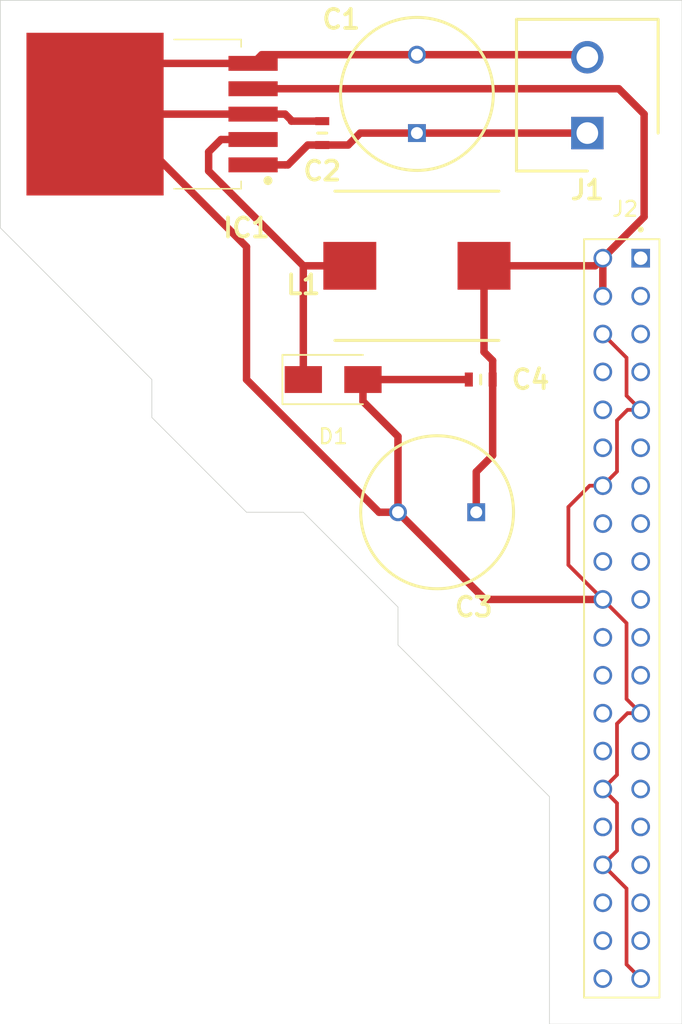
<source format=kicad_pcb>
(kicad_pcb (version 20171130) (host pcbnew "(5.1.10)-1")

  (general
    (thickness 1.6)
    (drawings 14)
    (tracks 80)
    (zones 0)
    (modules 9)
    (nets 35)
  )

  (page A4)
  (layers
    (0 F.Cu signal)
    (31 B.Cu signal)
    (32 B.Adhes user)
    (33 F.Adhes user)
    (34 B.Paste user)
    (35 F.Paste user)
    (36 B.SilkS user)
    (37 F.SilkS user)
    (38 B.Mask user)
    (39 F.Mask user)
    (40 Dwgs.User user)
    (41 Cmts.User user)
    (42 Eco1.User user)
    (43 Eco2.User user)
    (44 Edge.Cuts user)
    (45 Margin user)
    (46 B.CrtYd user)
    (47 F.CrtYd user)
    (48 B.Fab user)
    (49 F.Fab user)
  )

  (setup
    (last_trace_width 0.25)
    (user_trace_width 0.25)
    (user_trace_width 0.5)
    (trace_clearance 0.2)
    (zone_clearance 0.508)
    (zone_45_only no)
    (trace_min 0.2)
    (via_size 0.8)
    (via_drill 0.4)
    (via_min_size 0.4)
    (via_min_drill 0.3)
    (uvia_size 0.3)
    (uvia_drill 0.1)
    (uvias_allowed no)
    (uvia_min_size 0.2)
    (uvia_min_drill 0.1)
    (edge_width 0.05)
    (segment_width 0.2)
    (pcb_text_width 0.3)
    (pcb_text_size 1.5 1.5)
    (mod_edge_width 0.12)
    (mod_text_size 1 1)
    (mod_text_width 0.15)
    (pad_size 1.524 1.524)
    (pad_drill 0.762)
    (pad_to_mask_clearance 0.051)
    (solder_mask_min_width 0.25)
    (aux_axis_origin 0 0)
    (visible_elements 7FFFFFFF)
    (pcbplotparams
      (layerselection 0x010fc_ffffffff)
      (usegerberextensions false)
      (usegerberattributes false)
      (usegerberadvancedattributes false)
      (creategerberjobfile false)
      (excludeedgelayer true)
      (linewidth 0.100000)
      (plotframeref false)
      (viasonmask false)
      (mode 1)
      (useauxorigin false)
      (hpglpennumber 1)
      (hpglpenspeed 20)
      (hpglpendiameter 15.000000)
      (psnegative false)
      (psa4output false)
      (plotreference true)
      (plotvalue true)
      (plotinvisibletext false)
      (padsonsilk false)
      (subtractmaskfromsilk false)
      (outputformat 1)
      (mirror false)
      (drillshape 1)
      (scaleselection 1)
      (outputdirectory ""))
  )

  (net 0 "")
  (net 1 GND)
  (net 2 /5V_Reg/V_In)
  (net 3 /5V_Reg/V_Out)
  (net 4 "Net-(D1-Pad1)")
  (net 5 "Net-(J2-Pad1)")
  (net 6 "Net-(J2-Pad3)")
  (net 7 "Net-(J2-Pad5)")
  (net 8 "Net-(J2-Pad7)")
  (net 9 "Net-(J2-Pad8)")
  (net 10 "Net-(J2-Pad10)")
  (net 11 "Net-(J2-Pad11)")
  (net 12 "Net-(J2-Pad12)")
  (net 13 "Net-(J2-Pad13)")
  (net 14 "Net-(J2-Pad15)")
  (net 15 "Net-(J2-Pad16)")
  (net 16 "Net-(J2-Pad17)")
  (net 17 "Net-(J2-Pad18)")
  (net 18 "Net-(J2-Pad19)")
  (net 19 "Net-(J2-Pad21)")
  (net 20 "Net-(J2-Pad22)")
  (net 21 "Net-(J2-Pad23)")
  (net 22 "Net-(J2-Pad24)")
  (net 23 "Net-(J2-Pad26)")
  (net 24 "Net-(J2-Pad27)")
  (net 25 "Net-(J2-Pad28)")
  (net 26 "Net-(J2-Pad29)")
  (net 27 "Net-(J2-Pad31)")
  (net 28 "Net-(J2-Pad32)")
  (net 29 "Net-(J2-Pad33)")
  (net 30 "Net-(J2-Pad35)")
  (net 31 "Net-(J2-Pad36)")
  (net 32 "Net-(J2-Pad37)")
  (net 33 "Net-(J2-Pad38)")
  (net 34 "Net-(J2-Pad40)")

  (net_class Default "This is the default net class."
    (clearance 0.2)
    (trace_width 0.25)
    (via_dia 0.8)
    (via_drill 0.4)
    (uvia_dia 0.3)
    (uvia_drill 0.1)
    (add_net /5V_Reg/V_In)
    (add_net /5V_Reg/V_Out)
    (add_net GND)
    (add_net "Net-(D1-Pad1)")
    (add_net "Net-(J2-Pad1)")
    (add_net "Net-(J2-Pad10)")
    (add_net "Net-(J2-Pad11)")
    (add_net "Net-(J2-Pad12)")
    (add_net "Net-(J2-Pad13)")
    (add_net "Net-(J2-Pad15)")
    (add_net "Net-(J2-Pad16)")
    (add_net "Net-(J2-Pad17)")
    (add_net "Net-(J2-Pad18)")
    (add_net "Net-(J2-Pad19)")
    (add_net "Net-(J2-Pad21)")
    (add_net "Net-(J2-Pad22)")
    (add_net "Net-(J2-Pad23)")
    (add_net "Net-(J2-Pad24)")
    (add_net "Net-(J2-Pad26)")
    (add_net "Net-(J2-Pad27)")
    (add_net "Net-(J2-Pad28)")
    (add_net "Net-(J2-Pad29)")
    (add_net "Net-(J2-Pad3)")
    (add_net "Net-(J2-Pad31)")
    (add_net "Net-(J2-Pad32)")
    (add_net "Net-(J2-Pad33)")
    (add_net "Net-(J2-Pad35)")
    (add_net "Net-(J2-Pad36)")
    (add_net "Net-(J2-Pad37)")
    (add_net "Net-(J2-Pad38)")
    (add_net "Net-(J2-Pad40)")
    (add_net "Net-(J2-Pad5)")
    (add_net "Net-(J2-Pad7)")
    (add_net "Net-(J2-Pad8)")
  )

  (net_class 3A ""
    (clearance 0.2)
    (trace_width 0.5)
    (via_dia 0.8)
    (via_drill 0.4)
    (uvia_dia 0.3)
    (uvia_drill 0.1)
  )

  (module SamacSys_Parts:INDPM110100X400N (layer F.Cu) (tedit 0) (tstamp 613BB49E)
    (at 201.93 68.58)
    (descr SRP1038A-470M)
    (tags Inductor)
    (path /613D21F8/613C4D09)
    (attr smd)
    (fp_text reference L1 (at -7.62 1.27) (layer F.SilkS)
      (effects (font (size 1.27 1.27) (thickness 0.254)))
    )
    (fp_text value 47uH (at 0 0) (layer F.SilkS) hide
      (effects (font (size 1.27 1.27) (thickness 0.254)))
    )
    (fp_line (start -6.525 -5.4) (end 6.525 -5.4) (layer F.CrtYd) (width 0.05))
    (fp_line (start 6.525 -5.4) (end 6.525 5.4) (layer F.CrtYd) (width 0.05))
    (fp_line (start 6.525 5.4) (end -6.525 5.4) (layer F.CrtYd) (width 0.05))
    (fp_line (start -6.525 5.4) (end -6.525 -5.4) (layer F.CrtYd) (width 0.05))
    (fp_line (start -5.5 -5) (end 5.5 -5) (layer F.Fab) (width 0.1))
    (fp_line (start 5.5 -5) (end 5.5 5) (layer F.Fab) (width 0.1))
    (fp_line (start 5.5 5) (end -5.5 5) (layer F.Fab) (width 0.1))
    (fp_line (start -5.5 5) (end -5.5 -5) (layer F.Fab) (width 0.1))
    (fp_line (start 5.5 -5) (end -5.5 -5) (layer F.SilkS) (width 0.2))
    (fp_line (start -5.5 5) (end 5.5 5) (layer F.SilkS) (width 0.2))
    (fp_text user %R (at 0 0) (layer F.Fab)
      (effects (font (size 1.27 1.27) (thickness 0.254)))
    )
    (pad 2 smd rect (at 4.5 0 90) (size 3.2 3.55) (layers F.Cu F.Paste F.Mask)
      (net 3 /5V_Reg/V_Out))
    (pad 1 smd rect (at -4.5 0 90) (size 3.2 3.55) (layers F.Cu F.Paste F.Mask)
      (net 4 "Net-(D1-Pad1)"))
    (model C:\SamacSys_PCB_Library\KiCad\SamacSys_Parts.3dshapes\SRP1038A-470M.stp
      (at (xyz 0 0 0))
      (scale (xyz 1 1 1))
      (rotate (xyz 0 0 0))
    )
  )

  (module SamacSys_Parts:TE_2-215309-0 (layer F.Cu) (tedit 613A5BB8) (tstamp 613BB48D)
    (at 216.94 68.07 270)
    (path /613E71D7)
    (fp_text reference J2 (at -3.3 1.04 180) (layer F.SilkS)
      (effects (font (size 1 1) (thickness 0.15)))
    )
    (fp_text value 2-215309-0 (at 5.985 5.415 90) (layer F.Fab)
      (effects (font (size 1 1) (thickness 0.15)))
    )
    (fp_circle (center -1.92 0) (end -1.82 0) (layer F.Fab) (width 0.2))
    (fp_circle (center -1.92 0) (end -1.82 0) (layer F.SilkS) (width 0.2))
    (fp_line (start 49.78 4.05) (end -1.52 4.05) (layer F.CrtYd) (width 0.05))
    (fp_line (start 49.78 -1.51) (end 49.78 4.05) (layer F.CrtYd) (width 0.05))
    (fp_line (start -1.52 -1.51) (end 49.78 -1.51) (layer F.CrtYd) (width 0.05))
    (fp_line (start -1.52 4.05) (end -1.52 -1.51) (layer F.CrtYd) (width 0.05))
    (fp_line (start 49.53 3.8) (end -1.27 3.8) (layer F.SilkS) (width 0.127))
    (fp_line (start 49.53 -1.26) (end -1.27 -1.26) (layer F.SilkS) (width 0.127))
    (fp_line (start 49.53 -1.26) (end 49.53 3.8) (layer F.SilkS) (width 0.127))
    (fp_line (start -1.27 3.8) (end -1.27 -1.26) (layer F.SilkS) (width 0.127))
    (fp_line (start 49.53 3.8) (end 49.53 3.8) (layer F.Fab) (width 0.127))
    (fp_line (start -1.27 3.8) (end 49.53 3.8) (layer F.Fab) (width 0.127))
    (fp_line (start -1.27 3.8) (end -1.27 3.8) (layer F.Fab) (width 0.127))
    (fp_line (start 49.53 3.8) (end -1.27 3.8) (layer F.Fab) (width 0.127))
    (fp_line (start 49.53 -1.26) (end 49.53 3.8) (layer F.Fab) (width 0.127))
    (fp_line (start -1.27 -1.26) (end 49.53 -1.26) (layer F.Fab) (width 0.127))
    (fp_line (start -1.27 3.8) (end -1.27 -1.26) (layer F.Fab) (width 0.127))
    (pad 1 thru_hole rect (at 0 0 270) (size 1.25 1.25) (drill 0.9) (layers *.Cu *.Mask)
      (net 5 "Net-(J2-Pad1)"))
    (pad 2 thru_hole circle (at 0 2.54 270) (size 1.25 1.25) (drill 0.9) (layers *.Cu *.Mask)
      (net 3 /5V_Reg/V_Out))
    (pad 3 thru_hole circle (at 2.54 0 270) (size 1.25 1.25) (drill 0.9) (layers *.Cu *.Mask)
      (net 6 "Net-(J2-Pad3)"))
    (pad 4 thru_hole circle (at 2.54 2.54 270) (size 1.25 1.25) (drill 0.9) (layers *.Cu *.Mask)
      (net 3 /5V_Reg/V_Out))
    (pad 5 thru_hole circle (at 5.08 0 270) (size 1.25 1.25) (drill 0.9) (layers *.Cu *.Mask)
      (net 7 "Net-(J2-Pad5)"))
    (pad 6 thru_hole circle (at 5.08 2.54 270) (size 1.25 1.25) (drill 0.9) (layers *.Cu *.Mask)
      (net 1 GND))
    (pad 7 thru_hole circle (at 7.62 0 270) (size 1.25 1.25) (drill 0.9) (layers *.Cu *.Mask)
      (net 8 "Net-(J2-Pad7)"))
    (pad 8 thru_hole circle (at 7.62 2.54 270) (size 1.25 1.25) (drill 0.9) (layers *.Cu *.Mask)
      (net 9 "Net-(J2-Pad8)"))
    (pad 9 thru_hole circle (at 10.16 0 270) (size 1.25 1.25) (drill 0.9) (layers *.Cu *.Mask)
      (net 1 GND))
    (pad 10 thru_hole circle (at 10.16 2.54 270) (size 1.25 1.25) (drill 0.9) (layers *.Cu *.Mask)
      (net 10 "Net-(J2-Pad10)"))
    (pad 11 thru_hole circle (at 12.7 0 270) (size 1.25 1.25) (drill 0.9) (layers *.Cu *.Mask)
      (net 11 "Net-(J2-Pad11)"))
    (pad 12 thru_hole circle (at 12.7 2.54 270) (size 1.25 1.25) (drill 0.9) (layers *.Cu *.Mask)
      (net 12 "Net-(J2-Pad12)"))
    (pad 13 thru_hole circle (at 15.24 0 270) (size 1.25 1.25) (drill 0.9) (layers *.Cu *.Mask)
      (net 13 "Net-(J2-Pad13)"))
    (pad 14 thru_hole circle (at 15.24 2.54 270) (size 1.25 1.25) (drill 0.9) (layers *.Cu *.Mask)
      (net 1 GND))
    (pad 15 thru_hole circle (at 17.78 0 270) (size 1.25 1.25) (drill 0.9) (layers *.Cu *.Mask)
      (net 14 "Net-(J2-Pad15)"))
    (pad 16 thru_hole circle (at 17.78 2.54 270) (size 1.25 1.25) (drill 0.9) (layers *.Cu *.Mask)
      (net 15 "Net-(J2-Pad16)"))
    (pad 17 thru_hole circle (at 20.32 0 270) (size 1.25 1.25) (drill 0.9) (layers *.Cu *.Mask)
      (net 16 "Net-(J2-Pad17)"))
    (pad 18 thru_hole circle (at 20.32 2.54 270) (size 1.25 1.25) (drill 0.9) (layers *.Cu *.Mask)
      (net 17 "Net-(J2-Pad18)"))
    (pad 19 thru_hole circle (at 22.86 0 270) (size 1.25 1.25) (drill 0.9) (layers *.Cu *.Mask)
      (net 18 "Net-(J2-Pad19)"))
    (pad 20 thru_hole circle (at 22.86 2.54 270) (size 1.25 1.25) (drill 0.9) (layers *.Cu *.Mask)
      (net 1 GND))
    (pad 21 thru_hole circle (at 25.4 0 270) (size 1.25 1.25) (drill 0.9) (layers *.Cu *.Mask)
      (net 19 "Net-(J2-Pad21)"))
    (pad 22 thru_hole circle (at 25.4 2.54 270) (size 1.25 1.25) (drill 0.9) (layers *.Cu *.Mask)
      (net 20 "Net-(J2-Pad22)"))
    (pad 23 thru_hole circle (at 27.94 0 270) (size 1.25 1.25) (drill 0.9) (layers *.Cu *.Mask)
      (net 21 "Net-(J2-Pad23)"))
    (pad 24 thru_hole circle (at 27.94 2.54 270) (size 1.25 1.25) (drill 0.9) (layers *.Cu *.Mask)
      (net 22 "Net-(J2-Pad24)"))
    (pad 25 thru_hole circle (at 30.48 0 270) (size 1.25 1.25) (drill 0.9) (layers *.Cu *.Mask)
      (net 1 GND))
    (pad 26 thru_hole circle (at 30.48 2.54 270) (size 1.25 1.25) (drill 0.9) (layers *.Cu *.Mask)
      (net 23 "Net-(J2-Pad26)"))
    (pad 27 thru_hole circle (at 33.02 0 270) (size 1.25 1.25) (drill 0.9) (layers *.Cu *.Mask)
      (net 24 "Net-(J2-Pad27)"))
    (pad 28 thru_hole circle (at 33.02 2.54 270) (size 1.25 1.25) (drill 0.9) (layers *.Cu *.Mask)
      (net 25 "Net-(J2-Pad28)"))
    (pad 29 thru_hole circle (at 35.56 0 270) (size 1.25 1.25) (drill 0.9) (layers *.Cu *.Mask)
      (net 26 "Net-(J2-Pad29)"))
    (pad 30 thru_hole circle (at 35.56 2.54 270) (size 1.25 1.25) (drill 0.9) (layers *.Cu *.Mask)
      (net 1 GND))
    (pad 31 thru_hole circle (at 38.1 0 270) (size 1.25 1.25) (drill 0.9) (layers *.Cu *.Mask)
      (net 27 "Net-(J2-Pad31)"))
    (pad 32 thru_hole circle (at 38.1 2.54 270) (size 1.25 1.25) (drill 0.9) (layers *.Cu *.Mask)
      (net 28 "Net-(J2-Pad32)"))
    (pad 33 thru_hole circle (at 40.64 0 270) (size 1.25 1.25) (drill 0.9) (layers *.Cu *.Mask)
      (net 29 "Net-(J2-Pad33)"))
    (pad 34 thru_hole circle (at 40.64 2.54 270) (size 1.25 1.25) (drill 0.9) (layers *.Cu *.Mask)
      (net 1 GND))
    (pad 35 thru_hole circle (at 43.18 0 270) (size 1.25 1.25) (drill 0.9) (layers *.Cu *.Mask)
      (net 30 "Net-(J2-Pad35)"))
    (pad 36 thru_hole circle (at 43.18 2.54 270) (size 1.25 1.25) (drill 0.9) (layers *.Cu *.Mask)
      (net 31 "Net-(J2-Pad36)"))
    (pad 37 thru_hole circle (at 45.72 0 270) (size 1.25 1.25) (drill 0.9) (layers *.Cu *.Mask)
      (net 32 "Net-(J2-Pad37)"))
    (pad 38 thru_hole circle (at 45.72 2.54 270) (size 1.25 1.25) (drill 0.9) (layers *.Cu *.Mask)
      (net 33 "Net-(J2-Pad38)"))
    (pad 39 thru_hole circle (at 48.26 0 270) (size 1.25 1.25) (drill 0.9) (layers *.Cu *.Mask)
      (net 1 GND))
    (pad 40 thru_hole circle (at 48.26 2.54 270) (size 1.25 1.25) (drill 0.9) (layers *.Cu *.Mask)
      (net 34 "Net-(J2-Pad40)"))
  )

  (module SamacSys_Parts:SHDR2W90P0X508_1X2_1016X950X1500P (layer F.Cu) (tedit 0) (tstamp 613BB450)
    (at 213.36 59.69 90)
    (descr "MC 1,5/ 2-G-3,81_a")
    (tags Connector)
    (path /613DE00D)
    (fp_text reference J1 (at -3.81 0 180) (layer F.SilkS)
      (effects (font (size 1.27 1.27) (thickness 0.254)))
    )
    (fp_text value 1888687 (at 0 0 90) (layer F.SilkS) hide
      (effects (font (size 1.27 1.27) (thickness 0.254)))
    )
    (fp_line (start -2.79 5) (end -2.79 -5) (layer F.CrtYd) (width 0.05))
    (fp_line (start -2.79 -5) (end 7.87 -5) (layer F.CrtYd) (width 0.05))
    (fp_line (start 7.87 -5) (end 7.87 5) (layer F.CrtYd) (width 0.05))
    (fp_line (start 7.87 5) (end -2.79 5) (layer F.CrtYd) (width 0.05))
    (fp_line (start -2.54 4.75) (end -2.54 -4.75) (layer F.Fab) (width 0.1))
    (fp_line (start -2.54 -4.75) (end 7.62 -4.75) (layer F.Fab) (width 0.1))
    (fp_line (start 7.62 -4.75) (end 7.62 4.75) (layer F.Fab) (width 0.1))
    (fp_line (start 7.62 4.75) (end -2.54 4.75) (layer F.Fab) (width 0.1))
    (fp_line (start 0 4.75) (end 7.62 4.75) (layer F.SilkS) (width 0.2))
    (fp_line (start 7.62 4.75) (end 7.62 -4.75) (layer F.SilkS) (width 0.2))
    (fp_line (start 7.62 -4.75) (end -2.54 -4.75) (layer F.SilkS) (width 0.2))
    (fp_line (start -2.54 -4.75) (end -2.54 0) (layer F.SilkS) (width 0.2))
    (fp_text user %R (at 0 0 90) (layer F.Fab)
      (effects (font (size 1.27 1.27) (thickness 0.254)))
    )
    (pad 2 thru_hole circle (at 5.08 0 90) (size 2.175 2.175) (drill 1.45) (layers *.Cu *.Mask)
      (net 1 GND))
    (pad 1 thru_hole rect (at 0 0 90) (size 2.175 2.175) (drill 1.45) (layers *.Cu *.Mask)
      (net 2 /5V_Reg/V_In))
    (model C:\SamacSys_PCB_Library\KiCad\SamacSys_Parts.3dshapes\1888687.stp
      (at (xyz 0 0 0))
      (scale (xyz 1 1 1))
      (rotate (xyz 0 0 0))
    )
  )

  (module SamacSys_Parts:TS2596CM550RNG (layer F.Cu) (tedit 0) (tstamp 613BB43D)
    (at 185.64 58.42 90)
    (descr "TS2596CM550 RNG-1")
    (tags "Integrated Circuit")
    (path /613D21F8/613C5862)
    (attr smd)
    (fp_text reference IC1 (at -7.62 4.86 180) (layer F.SilkS)
      (effects (font (size 1.27 1.27) (thickness 0.254)))
    )
    (fp_text value TS2596CM550_RNG (at 0 -1.475 90) (layer F.SilkS) hide
      (effects (font (size 1.27 1.27) (thickness 0.254)))
    )
    (fp_line (start -5 -4.5) (end 5 -4.5) (layer F.Fab) (width 0.2))
    (fp_line (start 5 -4.5) (end 5 4.5) (layer F.Fab) (width 0.2))
    (fp_line (start 5 4.5) (end -5 4.5) (layer F.Fab) (width 0.2))
    (fp_line (start -5 4.5) (end -5 -4.5) (layer F.Fab) (width 0.2))
    (fp_line (start -6.45 -10.9) (end 6.45 -10.9) (layer F.CrtYd) (width 0.1))
    (fp_line (start 6.45 -10.9) (end 6.45 7.95) (layer F.CrtYd) (width 0.1))
    (fp_line (start 6.45 7.95) (end -6.45 7.95) (layer F.CrtYd) (width 0.1))
    (fp_line (start -6.45 7.95) (end -6.45 -10.9) (layer F.CrtYd) (width 0.1))
    (fp_line (start -5 0) (end -5 4.5) (layer F.SilkS) (width 0.1))
    (fp_line (start -5 4.5) (end -4.5 4.5) (layer F.SilkS) (width 0.1))
    (fp_line (start 5 0) (end 5 4.5) (layer F.SilkS) (width 0.1))
    (fp_line (start 5 4.5) (end 4.5 4.5) (layer F.SilkS) (width 0.1))
    (fp_line (start -4.5 6.3) (end -4.5 6.3) (layer F.SilkS) (width 0.5))
    (fp_line (start -4.4 6.3) (end -4.4 6.3) (layer F.SilkS) (width 0.5))
    (fp_arc (start -4.45 6.3) (end -4.4 6.3) (angle -180) (layer F.SilkS) (width 0.5))
    (fp_arc (start -4.45 6.3) (end -4.5 6.3) (angle -180) (layer F.SilkS) (width 0.5))
    (fp_text user %R (at 0 -1.475 90) (layer F.Fab)
      (effects (font (size 1.27 1.27) (thickness 0.254)))
    )
    (pad 6 smd rect (at 0 -5.3 180) (size 9.2 10.9) (layers F.Cu F.Paste F.Mask)
      (net 1 GND))
    (pad 5 smd rect (at 3.4 5.3 90) (size 1 3.3) (layers F.Cu F.Paste F.Mask)
      (net 1 GND))
    (pad 4 smd rect (at 1.7 5.3 90) (size 1 3.3) (layers F.Cu F.Paste F.Mask)
      (net 3 /5V_Reg/V_Out))
    (pad 3 smd rect (at 0 5.3 90) (size 1 3.3) (layers F.Cu F.Paste F.Mask)
      (net 1 GND))
    (pad 2 smd rect (at -1.7 5.3 90) (size 1 3.3) (layers F.Cu F.Paste F.Mask)
      (net 4 "Net-(D1-Pad1)"))
    (pad 1 smd rect (at -3.4 5.3 90) (size 1 3.3) (layers F.Cu F.Paste F.Mask)
      (net 2 /5V_Reg/V_In))
    (model C:\SamacSys_PCB_Library\KiCad\SamacSys_Parts.3dshapes\TS2596CM550_RNG.stp
      (at (xyz 0 0 0))
      (scale (xyz 1 1 1))
      (rotate (xyz 0 0 0))
    )
  )

  (module Diode_SMD:D_SMA (layer F.Cu) (tedit 586432E5) (tstamp 613BB422)
    (at 196.31 76.2)
    (descr "Diode SMA (DO-214AC)")
    (tags "Diode SMA (DO-214AC)")
    (path /613D21F8/613A871A)
    (attr smd)
    (fp_text reference D1 (at 0 3.81) (layer F.SilkS)
      (effects (font (size 1 1) (thickness 0.15)))
    )
    (fp_text value "TSSA3U45 R3G" (at 0 2.6) (layer F.Fab)
      (effects (font (size 1 1) (thickness 0.15)))
    )
    (fp_line (start -3.4 -1.65) (end -3.4 1.65) (layer F.SilkS) (width 0.12))
    (fp_line (start 2.3 1.5) (end -2.3 1.5) (layer F.Fab) (width 0.1))
    (fp_line (start -2.3 1.5) (end -2.3 -1.5) (layer F.Fab) (width 0.1))
    (fp_line (start 2.3 -1.5) (end 2.3 1.5) (layer F.Fab) (width 0.1))
    (fp_line (start 2.3 -1.5) (end -2.3 -1.5) (layer F.Fab) (width 0.1))
    (fp_line (start -3.5 -1.75) (end 3.5 -1.75) (layer F.CrtYd) (width 0.05))
    (fp_line (start 3.5 -1.75) (end 3.5 1.75) (layer F.CrtYd) (width 0.05))
    (fp_line (start 3.5 1.75) (end -3.5 1.75) (layer F.CrtYd) (width 0.05))
    (fp_line (start -3.5 1.75) (end -3.5 -1.75) (layer F.CrtYd) (width 0.05))
    (fp_line (start -0.64944 0.00102) (end -1.55114 0.00102) (layer F.Fab) (width 0.1))
    (fp_line (start 0.50118 0.00102) (end 1.4994 0.00102) (layer F.Fab) (width 0.1))
    (fp_line (start -0.64944 -0.79908) (end -0.64944 0.80112) (layer F.Fab) (width 0.1))
    (fp_line (start 0.50118 0.75032) (end 0.50118 -0.79908) (layer F.Fab) (width 0.1))
    (fp_line (start -0.64944 0.00102) (end 0.50118 0.75032) (layer F.Fab) (width 0.1))
    (fp_line (start -0.64944 0.00102) (end 0.50118 -0.79908) (layer F.Fab) (width 0.1))
    (fp_line (start -3.4 1.65) (end 2 1.65) (layer F.SilkS) (width 0.12))
    (fp_line (start -3.4 -1.65) (end 2 -1.65) (layer F.SilkS) (width 0.12))
    (fp_text user %R (at 0 -2.5) (layer F.Fab)
      (effects (font (size 1 1) (thickness 0.15)))
    )
    (pad 2 smd rect (at 2 0) (size 2.5 1.8) (layers F.Cu F.Paste F.Mask)
      (net 1 GND))
    (pad 1 smd rect (at -2 0) (size 2.5 1.8) (layers F.Cu F.Paste F.Mask)
      (net 4 "Net-(D1-Pad1)"))
    (model ${KISYS3DMOD}/Diode_SMD.3dshapes/D_SMA.wrl
      (at (xyz 0 0 0))
      (scale (xyz 1 1 1))
      (rotate (xyz 0 0 0))
    )
  )

  (module SamacSys_Parts:CAPC1608X90N (layer F.Cu) (tedit 0) (tstamp 613BB40A)
    (at 206.21 76.2 180)
    (descr "CGA3 [EIA CC0603] Thickness 0.8")
    (tags Capacitor)
    (path /613D21F8/613BF939)
    (attr smd)
    (fp_text reference C4 (at -3.34 0) (layer F.SilkS)
      (effects (font (size 1.27 1.27) (thickness 0.254)))
    )
    (fp_text value 0.1uF (at 0 0) (layer F.SilkS) hide
      (effects (font (size 1.27 1.27) (thickness 0.254)))
    )
    (fp_line (start -1.22 -0.62) (end 1.22 -0.62) (layer F.CrtYd) (width 0.05))
    (fp_line (start 1.22 -0.62) (end 1.22 0.62) (layer F.CrtYd) (width 0.05))
    (fp_line (start 1.22 0.62) (end -1.22 0.62) (layer F.CrtYd) (width 0.05))
    (fp_line (start -1.22 0.62) (end -1.22 -0.62) (layer F.CrtYd) (width 0.05))
    (fp_line (start -0.8 -0.4) (end 0.8 -0.4) (layer F.Fab) (width 0.1))
    (fp_line (start 0.8 -0.4) (end 0.8 0.4) (layer F.Fab) (width 0.1))
    (fp_line (start 0.8 0.4) (end -0.8 0.4) (layer F.Fab) (width 0.1))
    (fp_line (start -0.8 0.4) (end -0.8 -0.4) (layer F.Fab) (width 0.1))
    (fp_line (start 0 -0.3) (end 0 0.3) (layer F.SilkS) (width 0.2))
    (fp_text user %R (at 0 0) (layer F.Fab)
      (effects (font (size 1.27 1.27) (thickness 0.254)))
    )
    (pad 2 smd rect (at 0.8 0 180) (size 0.54 0.94) (layers F.Cu F.Paste F.Mask)
      (net 1 GND))
    (pad 1 smd rect (at -0.8 0 180) (size 0.54 0.94) (layers F.Cu F.Paste F.Mask)
      (net 3 /5V_Reg/V_Out))
    (model C:\SamacSys_PCB_Library\KiCad\SamacSys_Parts.3dshapes\CGA3E2X7R1E104K080AA.stp
      (at (xyz 0 0 0))
      (scale (xyz 1 1 1))
      (rotate (xyz 0 0 0))
    )
  )

  (module SamacSys_Parts:CAPPRD525W60D1025H1750 (layer F.Cu) (tedit 0) (tstamp 613BB3FA)
    (at 205.91 85.09 180)
    (descr 10x16)
    (tags "Capacitor Polarised")
    (path /613D21F8/613CC4DB)
    (fp_text reference C3 (at 0.17 -6.35) (layer F.SilkS)
      (effects (font (size 1.27 1.27) (thickness 0.254)))
    )
    (fp_text value 470uF (at 0 0) (layer F.SilkS) hide
      (effects (font (size 1.27 1.27) (thickness 0.254)))
    )
    (fp_circle (center 2.625 0) (end 2.625 5.125) (layer F.SilkS) (width 0.2))
    (fp_circle (center 2.625 0) (end 2.625 5.125) (layer F.Fab) (width 0.1))
    (fp_text user %R (at 0 0) (layer F.Fab)
      (effects (font (size 1.27 1.27) (thickness 0.254)))
    )
    (pad 2 thru_hole circle (at 5.25 0 180) (size 1.2 1.2) (drill 0.8) (layers *.Cu *.Mask)
      (net 1 GND))
    (pad 1 thru_hole rect (at 0 0 180) (size 1.2 1.2) (drill 0.8) (layers *.Cu *.Mask)
      (net 3 /5V_Reg/V_Out))
    (model C:\SamacSys_PCB_Library\KiCad\SamacSys_Parts.3dshapes\477CKS035M.stp
      (at (xyz 0 0 0))
      (scale (xyz 1 1 1))
      (rotate (xyz 0 0 0))
    )
  )

  (module SamacSys_Parts:CAPC1608X90N (layer F.Cu) (tedit 0) (tstamp 613BB3F1)
    (at 195.58 59.69 90)
    (descr "CGA3 [EIA CC0603] Thickness 0.8")
    (tags Capacitor)
    (path /613D21F8/613CF5F2)
    (attr smd)
    (fp_text reference C2 (at -2.54 0 180) (layer F.SilkS)
      (effects (font (size 1.27 1.27) (thickness 0.254)))
    )
    (fp_text value 0.1uF (at 0 0 90) (layer F.SilkS) hide
      (effects (font (size 1.27 1.27) (thickness 0.254)))
    )
    (fp_line (start -1.22 -0.62) (end 1.22 -0.62) (layer F.CrtYd) (width 0.05))
    (fp_line (start 1.22 -0.62) (end 1.22 0.62) (layer F.CrtYd) (width 0.05))
    (fp_line (start 1.22 0.62) (end -1.22 0.62) (layer F.CrtYd) (width 0.05))
    (fp_line (start -1.22 0.62) (end -1.22 -0.62) (layer F.CrtYd) (width 0.05))
    (fp_line (start -0.8 -0.4) (end 0.8 -0.4) (layer F.Fab) (width 0.1))
    (fp_line (start 0.8 -0.4) (end 0.8 0.4) (layer F.Fab) (width 0.1))
    (fp_line (start 0.8 0.4) (end -0.8 0.4) (layer F.Fab) (width 0.1))
    (fp_line (start -0.8 0.4) (end -0.8 -0.4) (layer F.Fab) (width 0.1))
    (fp_line (start 0 -0.3) (end 0 0.3) (layer F.SilkS) (width 0.2))
    (fp_text user %R (at 0 0 90) (layer F.Fab)
      (effects (font (size 1.27 1.27) (thickness 0.254)))
    )
    (pad 2 smd rect (at 0.8 0 90) (size 0.54 0.94) (layers F.Cu F.Paste F.Mask)
      (net 1 GND))
    (pad 1 smd rect (at -0.8 0 90) (size 0.54 0.94) (layers F.Cu F.Paste F.Mask)
      (net 2 /5V_Reg/V_In))
    (model C:\SamacSys_PCB_Library\KiCad\SamacSys_Parts.3dshapes\CGA3E2X7R1E104K080AA.stp
      (at (xyz 0 0 0))
      (scale (xyz 1 1 1))
      (rotate (xyz 0 0 0))
    )
  )

  (module SamacSys_Parts:CAPPRD525W60D1025H1750 (layer F.Cu) (tedit 0) (tstamp 613BB3E1)
    (at 201.93 59.69 90)
    (descr 10x16)
    (tags "Capacitor Polarised")
    (path /613D21F8/613C361F)
    (fp_text reference C1 (at 7.62 -5.08 180) (layer F.SilkS)
      (effects (font (size 1.27 1.27) (thickness 0.254)))
    )
    (fp_text value 470uF (at 0 0 90) (layer F.SilkS) hide
      (effects (font (size 1.27 1.27) (thickness 0.254)))
    )
    (fp_circle (center 2.625 0) (end 2.625 5.125) (layer F.SilkS) (width 0.2))
    (fp_circle (center 2.625 0) (end 2.625 5.125) (layer F.Fab) (width 0.1))
    (fp_text user %R (at 0 0 90) (layer F.Fab)
      (effects (font (size 1.27 1.27) (thickness 0.254)))
    )
    (pad 2 thru_hole circle (at 5.25 0 90) (size 1.2 1.2) (drill 0.8) (layers *.Cu *.Mask)
      (net 1 GND))
    (pad 1 thru_hole rect (at 0 0 90) (size 1.2 1.2) (drill 0.8) (layers *.Cu *.Mask)
      (net 2 /5V_Reg/V_In))
    (model C:\SamacSys_PCB_Library\KiCad\SamacSys_Parts.3dshapes\477CKS035M.stp
      (at (xyz 0 0 0))
      (scale (xyz 1 1 1))
      (rotate (xyz 0 0 0))
    )
  )

  (gr_line (start 194.31 85.09) (end 190.5 85.09) (layer Edge.Cuts) (width 0.05) (tstamp 613BC304))
  (gr_line (start 189.23 83.82) (end 190.5 85.09) (layer Edge.Cuts) (width 0.05))
  (gr_line (start 195.58 86.36) (end 194.31 85.09) (layer Edge.Cuts) (width 0.05))
  (gr_line (start 184.15 78.74) (end 189.23 83.82) (layer Edge.Cuts) (width 0.05))
  (gr_line (start 200.66 91.44) (end 195.58 86.36) (layer Edge.Cuts) (width 0.05))
  (gr_line (start 184.15 76.2) (end 184.15 78.74) (layer Edge.Cuts) (width 0.05))
  (gr_line (start 173.99 66.04) (end 184.15 76.2) (layer Edge.Cuts) (width 0.05))
  (gr_line (start 200.66 93.98) (end 200.66 91.44) (layer Edge.Cuts) (width 0.05))
  (gr_line (start 210.82 104.14) (end 200.66 93.98) (layer Edge.Cuts) (width 0.05))
  (gr_line (start 219.71 119.38) (end 210.82 119.38) (layer Edge.Cuts) (width 0.05) (tstamp 613BC300))
  (gr_line (start 173.99 50.8) (end 173.99 66.04) (layer Edge.Cuts) (width 0.05))
  (gr_line (start 210.82 119.38) (end 210.82 104.14) (layer Edge.Cuts) (width 0.05))
  (gr_line (start 219.71 119.38) (end 219.71 50.8) (layer Edge.Cuts) (width 0.05) (tstamp 613B9A6D))
  (gr_line (start 219.71 50.8) (end 173.99 50.8) (layer Edge.Cuts) (width 0.05))

  (segment (start 213.19 54.44) (end 213.36 54.61) (width 0.5) (layer F.Cu) (net 1))
  (segment (start 201.93 54.44) (end 213.19 54.44) (width 0.5) (layer F.Cu) (net 1))
  (segment (start 195.58 58.89) (end 193.51 58.89) (width 0.5) (layer F.Cu) (net 1))
  (segment (start 193.09 58.42) (end 190.94 58.42) (width 0.5) (layer F.Cu) (net 1))
  (segment (start 193.51 58.84) (end 193.09 58.42) (width 0.5) (layer F.Cu) (net 1))
  (segment (start 193.51 58.89) (end 193.51 58.84) (width 0.5) (layer F.Cu) (net 1))
  (segment (start 191.52 54.44) (end 190.94 55.02) (width 0.5) (layer F.Cu) (net 1))
  (segment (start 201.93 54.44) (end 191.52 54.44) (width 0.5) (layer F.Cu) (net 1))
  (segment (start 183.74 55.02) (end 180.34 58.42) (width 0.5) (layer F.Cu) (net 1))
  (segment (start 190.94 55.02) (end 183.74 55.02) (width 0.5) (layer F.Cu) (net 1))
  (segment (start 180.34 58.42) (end 190.94 58.42) (width 0.5) (layer F.Cu) (net 1))
  (segment (start 205.41 76.2) (end 198.31 76.2) (width 0.5) (layer F.Cu) (net 1))
  (segment (start 198.12 76.39) (end 198.31 76.2) (width 0.5) (layer F.Cu) (net 1))
  (segment (start 190.5 67.31) (end 181.61 58.42) (width 0.5) (layer F.Cu) (net 1))
  (segment (start 190.5 76.2) (end 190.5 67.31) (width 0.5) (layer F.Cu) (net 1))
  (segment (start 181.61 58.42) (end 180.34 58.42) (width 0.5) (layer F.Cu) (net 1))
  (segment (start 200.66 85.09) (end 199.39 85.09) (width 0.5) (layer F.Cu) (net 1))
  (segment (start 199.39 85.09) (end 190.5 76.2) (width 0.5) (layer F.Cu) (net 1))
  (segment (start 200.66 85.09) (end 200.66 80.01) (width 0.5) (layer F.Cu) (net 1))
  (segment (start 198.31 77.66) (end 198.31 76.2) (width 0.5) (layer F.Cu) (net 1))
  (segment (start 200.66 80.01) (end 198.31 77.66) (width 0.5) (layer F.Cu) (net 1))
  (segment (start 206.5 90.93) (end 214.4 90.93) (width 0.5) (layer F.Cu) (net 1))
  (segment (start 200.66 85.09) (end 206.5 90.93) (width 0.5) (layer F.Cu) (net 1))
  (segment (start 215.989999 77.279999) (end 216.315001 77.605001) (width 0.25) (layer F.Cu) (net 1))
  (segment (start 215.989999 74.739999) (end 215.989999 77.279999) (width 0.25) (layer F.Cu) (net 1))
  (segment (start 216.315001 77.605001) (end 216.94 78.23) (width 0.25) (layer F.Cu) (net 1))
  (segment (start 214.4 73.15) (end 215.989999 74.739999) (width 0.25) (layer F.Cu) (net 1))
  (segment (start 215.024999 82.685001) (end 214.4 83.31) (width 0.25) (layer F.Cu) (net 1))
  (segment (start 215.350001 82.359999) (end 215.024999 82.685001) (width 0.25) (layer F.Cu) (net 1))
  (segment (start 216.056117 78.23) (end 215.350001 78.936116) (width 0.25) (layer F.Cu) (net 1))
  (segment (start 215.350001 78.936116) (end 215.350001 82.359999) (width 0.25) (layer F.Cu) (net 1))
  (segment (start 216.94 78.23) (end 216.056117 78.23) (width 0.25) (layer F.Cu) (net 1))
  (segment (start 213.516117 83.31) (end 212.09 84.736117) (width 0.25) (layer F.Cu) (net 1))
  (segment (start 214.4 83.31) (end 213.516117 83.31) (width 0.25) (layer F.Cu) (net 1))
  (segment (start 212.09 88.62) (end 214.4 90.93) (width 0.25) (layer F.Cu) (net 1))
  (segment (start 212.09 84.736117) (end 212.09 88.62) (width 0.25) (layer F.Cu) (net 1))
  (segment (start 215.989999 97.599999) (end 216.315001 97.925001) (width 0.25) (layer F.Cu) (net 1))
  (segment (start 215.989999 92.519999) (end 215.989999 97.599999) (width 0.25) (layer F.Cu) (net 1))
  (segment (start 216.315001 97.925001) (end 216.94 98.55) (width 0.25) (layer F.Cu) (net 1))
  (segment (start 214.4 90.93) (end 215.989999 92.519999) (width 0.25) (layer F.Cu) (net 1))
  (segment (start 215.350001 99.256116) (end 215.350001 102.679999) (width 0.25) (layer F.Cu) (net 1))
  (segment (start 216.056117 98.55) (end 215.350001 99.256116) (width 0.25) (layer F.Cu) (net 1))
  (segment (start 215.024999 103.005001) (end 214.4 103.63) (width 0.25) (layer F.Cu) (net 1))
  (segment (start 215.350001 102.679999) (end 215.024999 103.005001) (width 0.25) (layer F.Cu) (net 1))
  (segment (start 216.94 98.55) (end 216.056117 98.55) (width 0.25) (layer F.Cu) (net 1))
  (segment (start 216.315001 115.705001) (end 216.94 116.33) (width 0.25) (layer F.Cu) (net 1))
  (segment (start 215.989999 115.379999) (end 216.315001 115.705001) (width 0.25) (layer F.Cu) (net 1))
  (segment (start 215.989999 110.299999) (end 215.989999 115.379999) (width 0.25) (layer F.Cu) (net 1))
  (segment (start 214.4 108.71) (end 215.989999 110.299999) (width 0.25) (layer F.Cu) (net 1))
  (segment (start 215.350001 107.759999) (end 215.024999 108.085001) (width 0.25) (layer F.Cu) (net 1))
  (segment (start 215.350001 104.580001) (end 215.350001 107.759999) (width 0.25) (layer F.Cu) (net 1))
  (segment (start 215.024999 108.085001) (end 214.4 108.71) (width 0.25) (layer F.Cu) (net 1))
  (segment (start 214.4 103.63) (end 215.350001 104.580001) (width 0.25) (layer F.Cu) (net 1))
  (segment (start 213.36 59.69) (end 201.93 59.69) (width 0.5) (layer F.Cu) (net 2))
  (segment (start 201.93 59.69) (end 198.12 59.69) (width 0.5) (layer F.Cu) (net 2))
  (segment (start 197.32 60.49) (end 195.58 60.49) (width 0.5) (layer F.Cu) (net 2))
  (segment (start 198.12 59.69) (end 197.32 60.49) (width 0.5) (layer F.Cu) (net 2))
  (segment (start 193.09 61.82) (end 190.94 61.82) (width 0.5) (layer F.Cu) (net 2))
  (segment (start 193.28 61.82) (end 193.09 61.82) (width 0.5) (layer F.Cu) (net 2))
  (segment (start 194.61 60.49) (end 193.28 61.82) (width 0.5) (layer F.Cu) (net 2))
  (segment (start 195.58 60.49) (end 194.61 60.49) (width 0.5) (layer F.Cu) (net 2))
  (segment (start 214.4 68.07) (end 214.4 70.61) (width 0.5) (layer F.Cu) (net 3))
  (segment (start 190.94 56.72) (end 215.47 56.72) (width 0.5) (layer F.Cu) (net 3))
  (segment (start 215.47 56.72) (end 217.17 58.42) (width 0.5) (layer F.Cu) (net 3))
  (segment (start 217.17 65.3) (end 214.4 68.07) (width 0.5) (layer F.Cu) (net 3))
  (segment (start 217.17 58.42) (end 217.17 65.3) (width 0.5) (layer F.Cu) (net 3))
  (segment (start 213.89 68.58) (end 214.4 68.07) (width 0.5) (layer F.Cu) (net 3))
  (segment (start 206.43 68.58) (end 213.89 68.58) (width 0.5) (layer F.Cu) (net 3))
  (segment (start 206.43 68.58) (end 206.43 74.35) (width 0.5) (layer F.Cu) (net 3))
  (segment (start 207.01 74.93) (end 207.01 76.2) (width 0.5) (layer F.Cu) (net 3))
  (segment (start 206.43 74.35) (end 207.01 74.93) (width 0.5) (layer F.Cu) (net 3))
  (segment (start 205.91 85.09) (end 205.91 82.38) (width 0.5) (layer F.Cu) (net 3))
  (segment (start 207.01 81.28) (end 207.01 76.2) (width 0.5) (layer F.Cu) (net 3))
  (segment (start 205.91 82.38) (end 207.01 81.28) (width 0.5) (layer F.Cu) (net 3))
  (segment (start 187.96 60.95) (end 188.79 60.12) (width 0.5) (layer F.Cu) (net 4))
  (segment (start 188.79 60.12) (end 190.94 60.12) (width 0.5) (layer F.Cu) (net 4))
  (segment (start 187.96 62.23) (end 187.96 60.95) (width 0.5) (layer F.Cu) (net 4))
  (segment (start 197.43 68.58) (end 194.31 68.58) (width 0.5) (layer F.Cu) (net 4))
  (segment (start 194.31 68.58) (end 187.96 62.23) (width 0.5) (layer F.Cu) (net 4))
  (segment (start 194.31 76.2) (end 194.31 68.58) (width 0.5) (layer F.Cu) (net 4))

)

</source>
